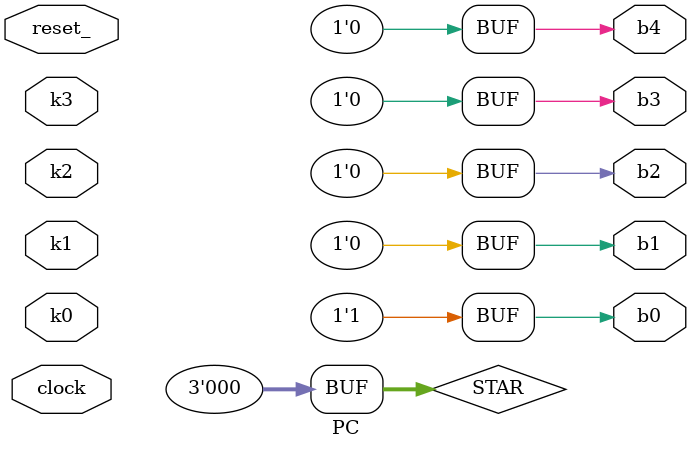
<source format=v>
module ABC (
    clock, reset_,
    soc, eoc, x,
    rfd1, dav1_, c1,
    rfd2, dav2_, c2,
    rfd3, dav3_, c3
);
    input clock, reset_;

    output soc;
    input eoc;
    input[7:0] x;

    input rfd1, rfd2, rfd3;
    output dav1_, dav2_, dav3_;
    output[2:0] c1, c2, c3;


    wire b0, b1, b2, b3, b4;
    wire k0, k1, k2, k3;

    PO po (
        .clock(clock), .reset_(reset_),
        .soc(soc), .eoc(eoc), .x(x),
        .rfd1(rfd1), .dav1_(dav1_), .c1(c1),
        .rfd2(rfd2), .dav2_(dav2_), .c2(c2),
        .rfd3(rfd3), .dav3_(dav3_), .c3(c3),
        .b0(b0), .b1(b1), .b2(b2), .b3(b3), .b4(b4),
        .k0(k0), .k1(k1), .k2(k2), .k3(k3)
    );

    PC pc (
        .clock(clock), .reset_(reset_),
        .b0(b0), .b1(b1), .b2(b2), .b3(b3), .b4(b4),
        .k0(k0), .k1(k1), .k2(k2), .k3(k3)
    );
    
    
endmodule

module PO (
    clock, reset_,
    soc, eoc, x,
    rfd1, dav1_, c1,
    rfd2, dav2_, c2,
    rfd3, dav3_, c3,

    b0, b1, b2, b3, b4,
    k0, k1, k2, k3
);
    input clock, reset_;

    output soc;
    input eoc;
    input[7:0] x;

    input rfd1, rfd2, rfd3;
    output dav1_, dav2_, dav3_;
    output[2:0] c1, c2, c3;

    input b0, b1, b2, b3, b4;
    output k0, k1, k2, k3;

    reg SOC; 
    assign soc = SOC;

    reg DAV_; 
    assign dav1_ = DAV_;
    assign dav2_ = DAV_;
    assign dav3_ = DAV_;

    reg[2:0] OUT;
    assign c1 = OUT;
    assign c2 = OUT;
    assign c3 = OUT;

    reg[7:0] X;
    
    assign k0 = eoc;
    assign k1 = ~|(X);
    assign k2 = ~|({rfd1, rfd2, rfd3});
    assign k3 = &({rfd1, rfd2, rfd3});

    always @(reset_ == 0) #1 SOC <= 0;
    always @(posedge clock) if (reset_ == 1) #3
    casex ({b1, b0})
        2'b01: SOC <= 1;
        2'b10: SOC <= 0;
        default: SOC <= SOC;
    endcase

    always @(reset_ == 0) #1 DAV_ <= 1;
    always @(posedge clock) if (reset_ == 1) #3
    casex ({b4, b3})
        2'b01: DAV_ <= 0;
        2'b10: DAV_ <= 1;
        default: DAV_ <= DAV_;
    endcase

    always @(reset_ == 0) #1 OUT <= 0;
    always @(posedge clock) if (reset_ == 1) #3
    casex ({b2, b1})
        2'b01: OUT <= 0;
        2'b10: OUT <= OUT + X[0];
        default: OUT <= OUT;
    endcase

    always @(posedge clock) if (reset_ == 1) #3
    casex ({b2, b1})
        2'b01: X <= x;
        2'b10: X <= {2'b00, X[7:2]};
        default: X <= X;
    endcase    
    
endmodule

module PC (
    clock, reset_,
    b0, b1, b2, b3, b4,
    k0, k1, k2, k3
);
    input clock, reset_;
    output b0, b1, b2, b3, b4;
    input k0, k1, k2, k3;

    reg [2:0] STAR;
    localparam S0 = 0, S1 = 1, S2 = 2, S3 = 3, S4 = 4;

    assign b0 = ~STAR[0] & ~|(STAR[2:1]);//assign b0 = (STAR == S0) ? 1 : 0;
    assign b1 = STAR[0] & ~|(STAR[2:1]);//assign b1 = (STAR == S1) ? 1 : 0;
    assign b2 = ~STAR[2] & STAR[1] & ~STAR[0];//assign b2 = (STAR == S2) ? 1 : 0;
    assign b3 = ~STAR[2] & &(STAR[1:0]);//assign b3 = (STAR == S3) ? 1 : 0;
    assign b4 = STAR[2] & ~|(STAR[1:0]);//assign b4 = (STAR == S4) ? 1 : 0;
    

    always @(reset_ == 0) #1 STAR <= S0;
    always @(posedge clock) if (reset_ == 1) #3
    casex (STAR)
        S0: STAR <= (k0 == 1) ? S0 : S1;
        S1: STAR <= (k0 == 1) ? S2 : S1;
        S2: STAR <= (k1 == 1) ? S3 : S2;
        S3: STAR <= (k2 == 1) ? S4 : S3;
        S4: STAR <= (k3 == 1) ? S0 : S4;
    endcase
    
endmodule
</source>
